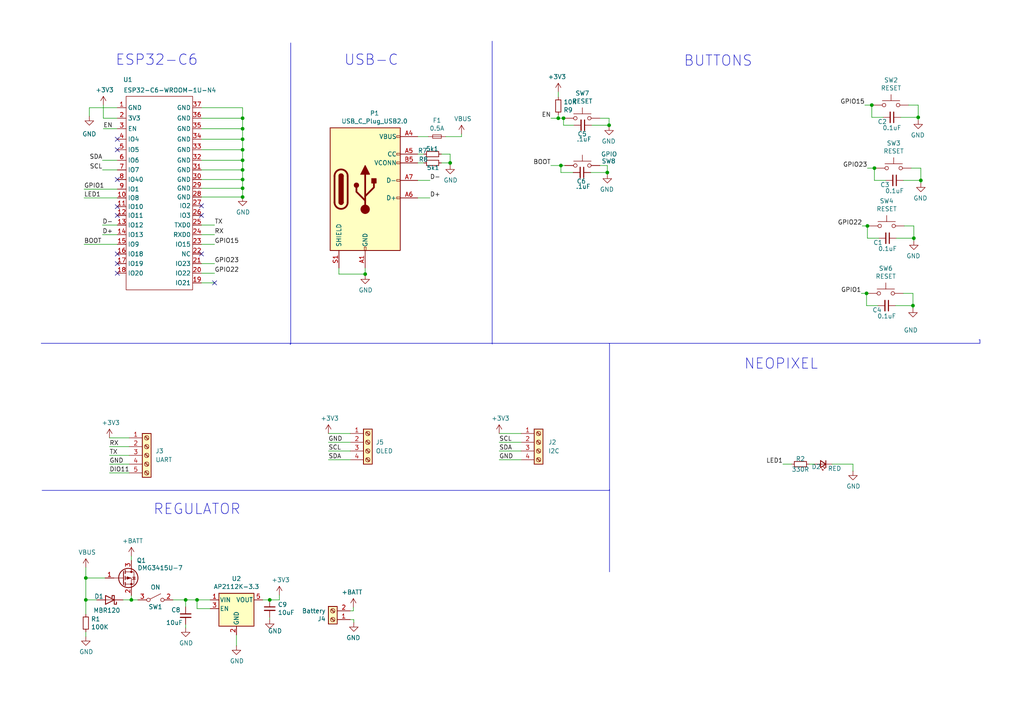
<source format=kicad_sch>
(kicad_sch (version 20231120) (generator "eeschema") (generator_version "8.0")
  (paper "A4")
  (lib_symbols
    (symbol "Connector:Screw_Terminal_01x02" (pin_names (offset 1.016) hide)
      (property "Reference" "J" (at 0 2.54 0))
      (property "Value" "Screw_Terminal_01x02" (at 0 -5.08 0))
      (symbol "Screw_Terminal_01x02_1_1"
        (rectangle (start -1.27 1.27) (end 1.27 -3.81) (stroke (width 0.254)) (fill (type background)))
        (circle (center 0 -2.54) (radius 0.635) (stroke (width 0.1524)))
        (polyline (pts (xy -0.5334 -2.2098) (xy 0.3302 -3.048)) (stroke (width 0.1524)))
        (polyline (pts (xy -0.5334 0.3302) (xy 0.3302 -0.508)) (stroke (width 0.1524)))
        (polyline (pts (xy -0.3556 -2.032) (xy 0.508 -2.8702)) (stroke (width 0.1524)))
        (polyline (pts (xy -0.3556 0.508) (xy 0.508 -0.3302)) (stroke (width 0.1524)))
        (circle (center 0 0) (radius 0.635) (stroke (width 0.1524)))
        (pin passive line (at -5.08 0 0) (length 3.81) (name "Pin_1") (number "1"))
        (pin passive line (at -5.08 -2.54 0) (length 3.81) (name "Pin_2") (number "2"))
      )
    )
    (symbol "Connector:Screw_Terminal_01x04" (pin_names (offset 1.016) hide)
      (property "Reference" "J" (at 0 5.08 0))
      (property "Value" "Screw_Terminal_01x04" (at 0 -7.62 0))
      (symbol "Screw_Terminal_01x04_1_1"
        (rectangle (start -1.27 3.81) (end 1.27 -6.35) (stroke (width 0.254)) (fill (type background)))
        (circle (center 0 -5.08) (radius 0.635) (stroke (width 0.1524)))
        (circle (center 0 -2.54) (radius 0.635) (stroke (width 0.1524)))
        (polyline (pts (xy -0.5334 -4.7498) (xy 0.3302 -5.588)) (stroke (width 0.1524)))
        (polyline (pts (xy -0.5334 -2.2098) (xy 0.3302 -3.048)) (stroke (width 0.1524)))
        (polyline (pts (xy -0.5334 0.3302) (xy 0.3302 -0.508)) (stroke (width 0.1524)))
        (polyline (pts (xy -0.5334 2.8702) (xy 0.3302 2.032)) (stroke (width 0.1524)))
        (polyline (pts (xy -0.3556 -4.572) (xy 0.508 -5.4102)) (stroke (width 0.1524)))
        (polyline (pts (xy -0.3556 -2.032) (xy 0.508 -2.8702)) (stroke (width 0.1524)))
        (polyline (pts (xy -0.3556 0.508) (xy 0.508 -0.3302)) (stroke (width 0.1524)))
        (polyline (pts (xy -0.3556 3.048) (xy 0.508 2.2098)) (stroke (width 0.1524)))
        (circle (center 0 0) (radius 0.635) (stroke (width 0.1524)))
        (circle (center 0 2.54) (radius 0.635) (stroke (width 0.1524)))
        (pin passive line (at -5.08 2.54 0) (length 3.81) (name "Pin_1") (number "1"))
        (pin passive line (at -5.08 0 0) (length 3.81) (name "Pin_2") (number "2"))
        (pin passive line (at -5.08 -2.54 0) (length 3.81) (name "Pin_3") (number "3"))
        (pin passive line (at -5.08 -5.08 0) (length 3.81) (name "Pin_4") (number "4"))
      )
    )
    (symbol "Connector:Screw_Terminal_01x05" (pin_names (offset 1.016) hide)
      (property "Reference" "J" (at 0 7.62 0))
      (property "Value" "Screw_Terminal_01x05" (at 0 -7.62 0))
      (symbol "Screw_Terminal_01x05_1_1"
        (rectangle (start -1.27 6.35) (end 1.27 -6.35) (stroke (width 0.254)) (fill (type background)))
        (circle (center 0 -5.08) (radius 0.635) (stroke (width 0.1524)))
        (circle (center 0 -2.54) (radius 0.635) (stroke (width 0.1524)))
        (polyline (pts (xy -0.5334 -4.7498) (xy 0.3302 -5.588)) (stroke (width 0.1524)))
        (polyline (pts (xy -0.5334 -2.2098) (xy 0.3302 -3.048)) (stroke (width 0.1524)))
        (polyline (pts (xy -0.5334 0.3302) (xy 0.3302 -0.508)) (stroke (width 0.1524)))
        (polyline (pts (xy -0.5334 2.8702) (xy 0.3302 2.032)) (stroke (width 0.1524)))
        (polyline (pts (xy -0.5334 5.4102) (xy 0.3302 4.572)) (stroke (width 0.1524)))
        (polyline (pts (xy -0.3556 -4.572) (xy 0.508 -5.4102)) (stroke (width 0.1524)))
        (polyline (pts (xy -0.3556 -2.032) (xy 0.508 -2.8702)) (stroke (width 0.1524)))
        (polyline (pts (xy -0.3556 0.508) (xy 0.508 -0.3302)) (stroke (width 0.1524)))
        (polyline (pts (xy -0.3556 3.048) (xy 0.508 2.2098)) (stroke (width 0.1524)))
        (polyline (pts (xy -0.3556 5.588) (xy 0.508 4.7498)) (stroke (width 0.1524)))
        (circle (center 0 0) (radius 0.635) (stroke (width 0.1524)))
        (circle (center 0 2.54) (radius 0.635) (stroke (width 0.1524)))
        (circle (center 0 5.08) (radius 0.635) (stroke (width 0.1524)))
        (pin passive line (at -5.08 5.08 0) (length 3.81) (name "Pin_1") (number "1"))
        (pin passive line (at -5.08 2.54 0) (length 3.81) (name "Pin_2") (number "2"))
        (pin passive line (at -5.08 0 0) (length 3.81) (name "Pin_3") (number "3"))
        (pin passive line (at -5.08 -2.54 0) (length 3.81) (name "Pin_4") (number "4"))
        (pin passive line (at -5.08 -5.08 0) (length 3.81) (name "Pin_5") (number "5"))
      )
    )
    (symbol "Device:C_Small" (pin_numbers hide) (pin_names (offset 0.254) hide)
      (property "Reference" "C" (at 0.254 1.778 0))
      (property "Value" "C_Small" (at 0.254 -2.032 0))
      (symbol "C_Small_0_1"
        (polyline (pts (xy -1.524 -0.508) (xy 1.524 -0.508)) (stroke (width 0.3302)))
        (polyline (pts (xy -1.524 0.508) (xy 1.524 0.508)) (stroke (width 0.3048)))
      )
      (symbol "C_Small_1_1"
        (pin passive line (at 0 2.54 270) (length 2.032) (name "~") (number "1"))
        (pin passive line (at 0 -2.54 90) (length 2.032) (name "~") (number "2"))
      )
    )
    (symbol "Device:Fuse_Small" (pin_numbers hide) (pin_names (offset 0.254) hide)
      (property "Reference" "F" (at 0 -1.524 0))
      (property "Value" "Fuse_Small" (at 0 1.524 0))
      (symbol "Fuse_Small_0_1"
        (rectangle (start -1.27 0.508) (end 1.27 -0.508))
        (polyline (pts (xy -1.27 0) (xy 1.27 0)))
      )
      (symbol "Fuse_Small_1_1"
        (pin passive line (at -2.54 0 0) (length 1.27) (name "~") (number "1"))
        (pin passive line (at 2.54 0 180) (length 1.27) (name "~") (number "2"))
      )
    )
    (symbol "Device:LED_Small" (pin_numbers hide) (pin_names (offset 0.254) hide)
      (property "Reference" "D" (at -1.27 3.175 0))
      (property "Value" "LED_Small" (at -4.445 -2.54 0))
      (symbol "LED_Small_0_1"
        (polyline (pts (xy -0.762 -1.016) (xy -0.762 1.016)) (stroke (width 0.254)))
        (polyline (pts (xy 1.016 0) (xy -0.762 0)))
        (polyline (pts (xy 0.762 -1.016) (xy -0.762 0) (xy 0.762 1.016) (xy 0.762 -1.016)) (stroke (width 0.254)))
        (polyline (pts (xy 0 0.762) (xy -0.508 1.27) (xy -0.254 1.27) (xy -0.508 1.27) (xy -0.508 1.016)))
        (polyline (pts (xy 0.508 1.27) (xy 0 1.778) (xy 0.254 1.778) (xy 0 1.778) (xy 0 1.524)))
      )
      (symbol "LED_Small_1_1"
        (pin passive line (at -2.54 0 0) (length 1.778) (name "K") (number "1"))
        (pin passive line (at 2.54 0 180) (length 1.778) (name "A") (number "2"))
      )
    )
    (symbol "Device:Q_PMOS_GSD" (pin_names (offset 0) hide)
      (property "Reference" "Q" (at 5.08 1.27 0))
      (property "Value" "Q_PMOS_GSD" (at 5.08 -1.27 0))
      (symbol "Q_PMOS_GSD_0_1"
        (polyline (pts (xy 0.254 0) (xy -2.54 0)))
        (polyline (pts (xy 0.254 1.905) (xy 0.254 -1.905)) (stroke (width 0.254)))
        (polyline (pts (xy 0.762 -1.27) (xy 0.762 -2.286)) (stroke (width 0.254)))
        (polyline (pts (xy 0.762 0.508) (xy 0.762 -0.508)) (stroke (width 0.254)))
        (polyline (pts (xy 0.762 2.286) (xy 0.762 1.27)) (stroke (width 0.254)))
        (polyline (pts (xy 2.54 2.54) (xy 2.54 1.778)))
        (polyline (pts (xy 2.54 -2.54) (xy 2.54 0) (xy 0.762 0)))
        (polyline (pts (xy 0.762 1.778) (xy 3.302 1.778) (xy 3.302 -1.778) (xy 0.762 -1.778)))
        (polyline (pts (xy 2.286 0) (xy 1.27 0.381) (xy 1.27 -0.381) (xy 2.286 0)) (fill (type outline)))
        (polyline (pts (xy 2.794 -0.508) (xy 2.921 -0.381) (xy 3.683 -0.381) (xy 3.81 -0.254)))
        (polyline (pts (xy 3.302 -0.381) (xy 2.921 0.254) (xy 3.683 0.254) (xy 3.302 -0.381)))
        (circle (center 1.651 0) (radius 2.794) (stroke (width 0.254)))
        (circle (center 2.54 -1.778) (radius 0.254) (fill (type outline)))
        (circle (center 2.54 1.778) (radius 0.254) (fill (type outline)))
      )
      (symbol "Q_PMOS_GSD_1_1"
        (pin input line (at -5.08 0 0) (length 2.54) (name "G") (number "1"))
        (pin passive line (at 2.54 -5.08 90) (length 2.54) (name "S") (number "2"))
        (pin passive line (at 2.54 5.08 270) (length 2.54) (name "D") (number "3"))
      )
    )
    (symbol "Device:R_Small" (pin_numbers hide) (pin_names (offset 0.254) hide)
      (property "Reference" "R" (at 0.762 0.508 0))
      (property "Value" "R_Small" (at 0.762 -1.016 0))
      (symbol "R_Small_0_1"
        (rectangle (start -0.762 1.778) (end 0.762 -1.778) (stroke (width 0.2032)))
      )
      (symbol "R_Small_1_1"
        (pin passive line (at 0 2.54 270) (length 0.762) (name "~") (number "1"))
        (pin passive line (at 0 -2.54 90) (length 0.762) (name "~") (number "2"))
      )
    )
    (symbol "Diode:MBR340" (pin_numbers hide) (pin_names (offset 1.016) hide)
      (property "Reference" "D" (at 0 2.54 0))
      (property "Value" "MBR340" (at 0 -2.54 0))
      (symbol "MBR340_0_1"
        (polyline (pts (xy 1.27 0) (xy -1.27 0)))
        (polyline (pts (xy 1.27 1.27) (xy 1.27 -1.27) (xy -1.27 0) (xy 1.27 1.27)) (stroke (width 0.254)))
        (polyline (pts (xy -1.905 0.635) (xy -1.905 1.27) (xy -1.27 1.27) (xy -1.27 -1.27) (xy -0.635 -1.27) (xy -0.635 -0.635)) (stroke (width 0.254)))
      )
      (symbol "MBR340_1_1"
        (pin passive line (at -3.81 0 0) (length 2.54) (name "K") (number "1"))
        (pin passive line (at 3.81 0 180) (length 2.54) (name "A") (number "2"))
      )
    )
    (symbol "HunterCat-NFC-rescue:AP2112K-3.3-Regulator_Linear" (pin_names (offset 0.254))
      (property "Reference" "U" (at -5.08 5.715 0))
      (property "Value" "AP2112K-3.3-Regulator_Linear" (at 0 5.715 0))
      (symbol "AP2112K-3.3-Regulator_Linear_0_1"
        (rectangle (start -5.08 4.445) (end 5.08 -5.08) (stroke (width 0.254)) (fill (type background)))
      )
      (symbol "AP2112K-3.3-Regulator_Linear_1_1"
        (pin power_in line (at -7.62 2.54 0) (length 2.54) (name "VIN") (number "1"))
        (pin power_in line (at 0 -7.62 90) (length 2.54) (name "GND") (number "2"))
        (pin input line (at -7.62 0 0) (length 2.54) (name "EN") (number "3"))
        (pin no_connect line (at 7.62 0 180) (length 2.54) hide (name "NC") (number "4"))
        (pin power_out line (at 7.62 2.54 180) (length 2.54) (name "VOUT") (number "5"))
      )
    )
    (symbol "HunterCat-NFC-rescue:USB_C_Plug_USB2.0-Connector" (pin_names (offset 1.016))
      (property "Reference" "P" (at -10.16 19.05 0))
      (property "Value" "USB_C_Plug_USB2.0-Connector" (at 12.7 19.05 0))
      (symbol "USB_C_Plug_USB2.0-Connector_0_0"
        (rectangle (start -0.254 -17.78) (end 0.254 -16.764))
        (rectangle (start 10.16 -2.286) (end 9.144 -2.794))
        (rectangle (start 10.16 2.794) (end 9.144 2.286))
        (rectangle (start 10.16 7.874) (end 9.144 7.366))
        (rectangle (start 10.16 10.414) (end 9.144 9.906))
        (rectangle (start 10.16 15.494) (end 9.144 14.986))
      )
      (symbol "USB_C_Plug_USB2.0-Connector_0_1"
        (rectangle (start -10.16 17.78) (end 10.16 -17.78) (stroke (width 0.254)) (fill (type background)))
        (arc (start -8.89 -3.81) (mid -6.985 -5.7067) (end -5.08 -3.81) (stroke (width 0.508)))
        (arc (start -7.62 -3.81) (mid -6.985 -4.4423) (end -6.35 -3.81) (stroke (width 0.254)))
        (arc (start -7.62 -3.81) (mid -6.985 -4.4423) (end -6.35 -3.81) (stroke (width 0.254)) (fill (type outline)))
        (rectangle (start -7.62 -3.81) (end -6.35 3.81) (stroke (width 0.254)) (fill (type outline)))
        (arc (start -6.35 3.81) (mid -6.985 4.4423) (end -7.62 3.81) (stroke (width 0.254)))
        (arc (start -6.35 3.81) (mid -6.985 4.4423) (end -7.62 3.81) (stroke (width 0.254)) (fill (type outline)))
        (arc (start -5.08 3.81) (mid -6.985 5.7067) (end -8.89 3.81) (stroke (width 0.508)))
        (circle (center -2.54 1.143) (radius 0.635) (stroke (width 0.254)) (fill (type outline)))
        (circle (center 0 -5.842) (radius 1.27) (fill (type outline)))
        (polyline (pts (xy -8.89 -3.81) (xy -8.89 3.81)) (stroke (width 0.508)))
        (polyline (pts (xy -5.08 3.81) (xy -5.08 -3.81)) (stroke (width 0.508)))
        (polyline (pts (xy 0 -5.842) (xy 0 4.318)) (stroke (width 0.508)))
        (polyline (pts (xy 0 -3.302) (xy -2.54 -0.762) (xy -2.54 0.508)) (stroke (width 0.508)))
        (polyline (pts (xy 0 -2.032) (xy 2.54 0.508) (xy 2.54 1.778)) (stroke (width 0.508)))
        (polyline (pts (xy -1.27 4.318) (xy 0 6.858) (xy 1.27 4.318) (xy -1.27 4.318)) (stroke (width 0.254)) (fill (type outline)))
        (rectangle (start 1.905 1.778) (end 3.175 3.048) (stroke (width 0.254)) (fill (type outline)))
      )
      (symbol "USB_C_Plug_USB2.0-Connector_1_1"
        (pin power_in line (at 0 -22.86 90) (length 5.08) (name "GND") (number "A1"))
        (pin passive line (at 0 -22.86 90) (length 5.08) hide (name "GND") (number "A12"))
        (pin power_in line (at 15.24 15.24 180) (length 5.08) (name "VBUS") (number "A4"))
        (pin bidirectional line (at 15.24 10.16 180) (length 5.08) (name "CC") (number "A5"))
        (pin bidirectional line (at 15.24 -2.54 180) (length 5.08) (name "D+") (number "A6"))
        (pin bidirectional line (at 15.24 2.54 180) (length 5.08) (name "D-") (number "A7"))
        (pin passive line (at 15.24 15.24 180) (length 5.08) hide (name "VBUS") (number "A9"))
        (pin passive line (at 0 -22.86 90) (length 5.08) hide (name "GND") (number "B1"))
        (pin passive line (at 0 -22.86 90) (length 5.08) hide (name "GND") (number "B12"))
        (pin passive line (at 15.24 15.24 180) (length 5.08) hide (name "VBUS") (number "B4"))
        (pin bidirectional line (at 15.24 7.62 180) (length 5.08) (name "VCONN") (number "B5"))
        (pin passive line (at 15.24 15.24 180) (length 5.08) hide (name "VBUS") (number "B9"))
        (pin passive line (at -7.62 -22.86 90) (length 5.08) (name "SHIELD") (number "S1"))
      )
    )
    (symbol "Minino:ESP32-C6-WROOM-1U-N8"
      (property "Reference" "U4" (at -7.874 29.464 0))
      (property "Value" "~" (at 14.224 14.478 0))
      (symbol "ESP32-C6-WROOM-1U-N8_0_0"
        (text "" (at -20.32 -5.08 0) (effects (font (size 1.27 1.27))))
      )
      (symbol "ESP32-C6-WROOM-1U-N8_0_1"
        (rectangle (start -9.652 26.924) (end 9.652 -29.21))
      )
      (symbol "ESP32-C6-WROOM-1U-N8_1_1"
        (pin power_in line (at -12.192 23.622 0) (length 2.54) (name "GND") (number "1"))
        (pin bidirectional line (at -12.192 -2.54 0) (length 2.54) (name "IO8") (number "10"))
        (pin bidirectional line (at -12.192 -5.08 0) (length 2.54) (name "IO10") (number "11"))
        (pin bidirectional line (at -12.192 -7.62 0) (length 2.54) (name "IO11") (number "12"))
        (pin bidirectional line (at -12.192 -10.414 0) (length 2.54) (name "IO12") (number "13"))
        (pin bidirectional line (at -12.192 -13.208 0) (length 2.54) (name "IO13") (number "14"))
        (pin bidirectional line (at -12.192 -16.002 0) (length 2.54) (name "IO9") (number "15"))
        (pin bidirectional line (at -12.192 -18.796 0) (length 2.54) (name "IO18") (number "16"))
        (pin bidirectional line (at -12.192 -21.59 0) (length 2.54) (name "IO19") (number "17"))
        (pin bidirectional line (at -12.192 -24.384 0) (length 2.54) (name "IO20") (number "18"))
        (pin bidirectional line (at 12.192 -27.178 180) (length 2.54) (name "IO21") (number "19"))
        (pin power_in line (at -12.192 20.574 0) (length 2.54) (name "3V3") (number "2"))
        (pin bidirectional line (at 12.192 -24.384 180) (length 2.54) (name "IO22") (number "20"))
        (pin bidirectional line (at 12.192 -21.59 180) (length 2.54) (name "IO23") (number "21"))
        (pin bidirectional line (at 12.192 -18.796 180) (length 2.54) (name "NC") (number "22"))
        (pin power_in line (at 12.192 -16.002 180) (length 2.54) (name "IO15") (number "23"))
        (pin bidirectional line (at 12.192 -13.208 180) (length 2.54) (name "RXD0") (number "24"))
        (pin bidirectional line (at 12.192 -10.414 180) (length 2.54) (name "TXD0") (number "25"))
        (pin bidirectional line (at 12.192 -7.62 180) (length 2.54) (name "IO3") (number "26"))
        (pin bidirectional line (at 12.192 -4.826 180) (length 2.54) (name "IO2") (number "27"))
        (pin power_in line (at 12.192 -2.286 180) (length 2.54) (name "GND") (number "28"))
        (pin power_in line (at 12.192 0.254 180) (length 2.54) (name "GND") (number "29"))
        (pin power_in line (at -12.192 17.526 0) (length 2.54) (name "EN") (number "3"))
        (pin power_in line (at 12.192 2.794 180) (length 2.54) (name "GND") (number "30"))
        (pin power_in line (at 12.192 5.588 180) (length 2.54) (name "GND") (number "31"))
        (pin power_in line (at 12.192 8.382 180) (length 2.54) (name "GND") (number "32"))
        (pin power_in line (at 12.192 11.43 180) (length 2.54) (name "GND") (number "33"))
        (pin power_in line (at 12.192 14.478 180) (length 2.54) (name "GND") (number "34"))
        (pin power_in line (at 12.192 17.526 180) (length 2.54) (name "GND") (number "35"))
        (pin power_in line (at 12.192 20.574 180) (length 2.54) (name "GND") (number "36"))
        (pin power_in line (at 12.192 23.622 180) (length 2.54) (name "GND") (number "37"))
        (pin bidirectional line (at -12.192 14.478 0) (length 2.54) (name "IO4") (number "4"))
        (pin bidirectional line (at -12.192 11.43 0) (length 2.54) (name "IO5") (number "5"))
        (pin bidirectional line (at -12.192 8.382 0) (length 2.54) (name "IO6") (number "6"))
        (pin bidirectional line (at -12.192 5.588 0) (length 2.54) (name "IO7") (number "7"))
        (pin bidirectional line (at -12.192 2.794 0) (length 2.54) (name "IO40") (number "8"))
        (pin bidirectional line (at -12.192 0 0) (length 2.54) (name "IO1") (number "9"))
      )
    )
    (symbol "Switch:SW_Push" (pin_numbers hide) (pin_names (offset 1.016) hide)
      (property "Reference" "SW" (at 1.27 2.54 0))
      (property "Value" "SW_Push" (at 0 -1.524 0))
      (symbol "SW_Push_0_1"
        (circle (center -2.032 0) (radius 0.508))
        (polyline (pts (xy 0 1.27) (xy 0 3.048)))
        (polyline (pts (xy 2.54 1.27) (xy -2.54 1.27)))
        (circle (center 2.032 0) (radius 0.508))
        (pin passive line (at -5.08 0 0) (length 2.54) (name "1") (number "1"))
        (pin passive line (at 5.08 0 180) (length 2.54) (name "2") (number "2"))
      )
    )
    (symbol "Switch:SW_SPST" (pin_names (offset 0) hide)
      (property "Reference" "SW1" (at 0 -2.032 0))
      (property "Value" "ON" (at 0 3.6576 0))
      (symbol "SW_SPST_0_0"
        (circle (center -2.032 0) (radius 0.508))
        (polyline (pts (xy -1.524 0.254) (xy 1.524 1.778)))
        (circle (center 2.032 0) (radius 0.508))
      )
      (symbol "SW_SPST_1_1"
        (pin passive line (at 5.08 0 180) (length 2.54) (name "B") (number "2"))
        (pin passive line (at -5.08 0 0) (length 2.54) (name "A") (number "3"))
      )
    )
    (symbol "power:+3V3" (power) (pin_names (offset 0))
      (property "Value" "+3V3" (at 0 3.556 0))
      (symbol "+3V3_0_1"
        (polyline (pts (xy -0.762 1.27) (xy 0 2.54)))
        (polyline (pts (xy 0 0) (xy 0 2.54)))
        (polyline (pts (xy 0 2.54) (xy 0.762 1.27)))
      )
      (symbol "+3V3_1_1"
        (pin power_in line (at 0 0 90) (length 0) hide (name "+3V3") (number "1"))
      )
    )
    (symbol "power:+BATT" (power) (pin_names (offset 0))
      (property "Value" "+BATT" (at 0 3.556 0))
      (symbol "+BATT_0_1"
        (polyline (pts (xy -0.762 1.27) (xy 0 2.54)))
        (polyline (pts (xy 0 0) (xy 0 2.54)))
        (polyline (pts (xy 0 2.54) (xy 0.762 1.27)))
      )
      (symbol "+BATT_1_1"
        (pin power_in line (at 0 0 90) (length 0) hide (name "+BATT") (number "1"))
      )
    )
    (symbol "power:GND" (power) (pin_numbers hide) (pin_names (offset 0) hide)
      (property "Value" "GND" (at 0 -3.81 0))
      (symbol "GND_0_1"
        (polyline (pts (xy 0 0) (xy 0 -1.27) (xy 1.27 -1.27) (xy 0 -2.54) (xy -1.27 -1.27) (xy 0 -1.27)))
      )
      (symbol "GND_1_1"
        (pin power_in line (at 0 0 270) (length 0) (name "~") (number "1"))
      )
    )
    (symbol "power:VBUS" (power) (pin_names (offset 0))
      (property "Value" "VBUS" (at 0 3.81 0))
      (symbol "VBUS_0_1"
        (polyline (pts (xy -0.762 1.27) (xy 0 2.54)))
        (polyline (pts (xy 0 0) (xy 0 2.54)))
        (polyline (pts (xy 0 2.54) (xy 0.762 1.27)))
      )
      (symbol "VBUS_1_1"
        (pin power_in line (at 0 0 90) (length 0) hide (name "VBUS") (number "1"))
      )
    )
  )
  (junction (at 252.857 30.48))
  (junction (at 266.319 34.036))
  (junction (at 130.556 47.244))
  (junction (at 38.1 173.99))
  (junction (at 253.619 48.768))
  (junction (at 78.232 173.99))
  (junction (at 57.15 173.99))
  (junction (at 163.449 34.29))
  (junction (at 161.925 34.29))
  (junction (at 70.358 34.29))
  (junction (at 265.049 69.088))
  (junction (at 24.892 173.99))
  (junction (at 70.358 40.386))
  (junction (at 70.358 37.338))
  (junction (at 162.687 48.006))
  (junction (at 70.358 43.434))
  (junction (at 53.848 173.99))
  (junction (at 70.358 52.07))
  (junction (at 267.081 52.324))
  (junction (at 24.892 167.64))
  (junction (at 176.657 36.322))
  (junction (at 70.358 54.61))
  (junction (at 251.587 65.532))
  (junction (at 70.358 46.482))
  (junction (at 105.918 79.502))
  (junction (at 264.795 88.646))
  (junction (at 251.333 85.09))
  (junction (at 176.149 50.038))
  (junction (at 70.358 57.15))
  (junction (at 70.358 49.276))
  (no_connect (at 58.42 59.69))
  (no_connect (at 34.036 62.484))
  (no_connect (at 62.23 82.042))
  (no_connect (at 34.036 40.386))
  (no_connect (at 34.036 52.07))
  (no_connect (at 34.036 79.248))
  (no_connect (at 58.42 73.66))
  (no_connect (at 34.036 76.454))
  (no_connect (at 58.42 62.484))
  (no_connect (at 34.036 73.66))
  (no_connect (at 34.036 43.434))
  (no_connect (at 34.036 59.944))
  (wire (pts (xy 264.795 88.646) (xy 259.715 88.646)))
  (wire (pts (xy 98.298 77.724) (xy 98.298 79.502)))
  (wire (pts (xy 251.333 88.646) (xy 251.333 85.09)))
  (polyline (pts (xy 142.748 11.938) (xy 142.748 99.822)))
  (wire (pts (xy 163.449 34.29) (xy 161.925 34.29)))
  (wire (pts (xy 144.78 130.81) (xy 151.13 130.81)))
  (wire (pts (xy 102.489 177.165) (xy 102.489 176.149)))
  (wire (pts (xy 128.016 47.244) (xy 130.556 47.244)))
  (wire (pts (xy 29.718 49.276) (xy 34.036 49.276)))
  (wire (pts (xy 121.158 52.324) (xy 124.714 52.324)))
  (wire (pts (xy 70.358 46.482) (xy 70.358 49.276)))
  (wire (pts (xy 62.23 68.072) (xy 58.42 68.072)))
  (wire (pts (xy 24.892 173.99) (xy 24.892 178.181)))
  (wire (pts (xy 34.036 31.242) (xy 25.908 31.242)))
  (wire (pts (xy 28.067 173.99) (xy 24.892 173.99)))
  (wire (pts (xy 162.687 50.038) (xy 162.687 48.006)))
  (wire (pts (xy 24.892 173.99) (xy 24.892 167.64)))
  (wire (pts (xy 161.925 26.67) (xy 161.925 28.194)))
  (wire (pts (xy 265.049 69.088) (xy 259.969 69.088)))
  (wire (pts (xy 95.25 125.73) (xy 101.6 125.73)))
  (wire (pts (xy 70.358 43.434) (xy 70.358 46.482)))
  (wire (pts (xy 70.358 37.338) (xy 70.358 40.386)))
  (wire (pts (xy 58.42 43.434) (xy 70.358 43.434)))
  (wire (pts (xy 29.972 30.48) (xy 29.972 34.29)))
  (wire (pts (xy 173.99 48.006) (xy 176.149 48.006)))
  (wire (pts (xy 98.298 79.502) (xy 105.918 79.502)))
  (wire (pts (xy 256.921 52.324) (xy 253.619 52.324)))
  (wire (pts (xy 267.081 48.768) (xy 267.081 52.324)))
  (wire (pts (xy 128.016 44.704) (xy 130.556 44.704)))
  (wire (pts (xy 130.556 47.244) (xy 130.556 47.879)))
  (wire (pts (xy 264.287 48.768) (xy 267.081 48.768)))
  (wire (pts (xy 25.908 31.242) (xy 25.908 33.782)))
  (wire (pts (xy 24.892 183.261) (xy 24.892 184.658)))
  (polyline (pts (xy 84.328 12.446) (xy 84.328 99.822)))
  (wire (pts (xy 121.158 47.244) (xy 122.936 47.244)))
  (wire (pts (xy 70.358 34.29) (xy 70.358 37.338)))
  (wire (pts (xy 70.358 54.61) (xy 70.358 57.15)))
  (wire (pts (xy 251.587 69.088) (xy 251.587 65.532)))
  (wire (pts (xy 53.848 176.022) (xy 53.848 173.99)))
  (wire (pts (xy 144.78 133.35) (xy 151.13 133.35)))
  (wire (pts (xy 50.165 173.99) (xy 53.848 173.99)))
  (wire (pts (xy 101.6 179.705) (xy 102.616 179.705)))
  (wire (pts (xy 101.6 177.165) (xy 102.489 177.165)))
  (wire (pts (xy 31.75 129.54) (xy 37.465 129.54)))
  (wire (pts (xy 70.358 40.386) (xy 70.358 43.434)))
  (wire (pts (xy 264.795 85.09) (xy 264.795 88.646)))
  (wire (pts (xy 266.319 34.036) (xy 266.319 34.798)))
  (wire (pts (xy 129.286 39.624) (xy 133.858 39.624)))
  (wire (pts (xy 176.149 50.038) (xy 176.149 50.546)))
  (wire (pts (xy 29.718 68.072) (xy 34.036 68.072)))
  (wire (pts (xy 163.449 36.322) (xy 163.449 34.29)))
  (polyline (pts (xy 284.226 99.06) (xy 284.226 98.552)))
  (wire (pts (xy 78.232 179.07) (xy 78.232 179.705)))
  (wire (pts (xy 31.75 132.08) (xy 37.465 132.08)))
  (wire (pts (xy 62.23 70.866) (xy 58.42 70.866)))
  (wire (pts (xy 161.925 33.274) (xy 161.925 34.29)))
  (wire (pts (xy 58.42 31.242) (xy 70.358 31.242)))
  (wire (pts (xy 70.358 52.07) (xy 70.358 54.61)))
  (wire (pts (xy 254.889 69.088) (xy 251.587 69.088)))
  (wire (pts (xy 252.857 30.48) (xy 250.825 30.48)))
  (wire (pts (xy 81.026 173.99) (xy 81.026 172.593)))
  (wire (pts (xy 265.049 69.088) (xy 265.049 69.85)))
  (wire (pts (xy 57.15 176.53) (xy 60.96 176.53)))
  (wire (pts (xy 166.243 50.038) (xy 162.687 50.038)))
  (wire (pts (xy 251.587 65.532) (xy 250.063 65.532)))
  (wire (pts (xy 58.42 79.248) (xy 62.23 79.248)))
  (wire (pts (xy 252.857 34.036) (xy 252.857 30.48)))
  (wire (pts (xy 236.22 134.62) (xy 234.696 134.62)))
  (wire (pts (xy 70.358 49.276) (xy 70.358 52.07)))
  (wire (pts (xy 53.848 173.99) (xy 57.15 173.99)))
  (wire (pts (xy 105.918 77.724) (xy 105.918 79.502)))
  (wire (pts (xy 58.42 37.338) (xy 70.358 37.338)))
  (wire (pts (xy 266.319 30.48) (xy 266.319 34.036)))
  (wire (pts (xy 264.795 88.646) (xy 264.795 89.408)))
  (wire (pts (xy 62.23 82.042) (xy 58.42 82.042)))
  (wire (pts (xy 30.48 167.64) (xy 24.892 167.64)))
  (wire (pts (xy 53.848 181.102) (xy 53.848 182.118)))
  (wire (pts (xy 68.58 184.15) (xy 68.58 187.325)))
  (wire (pts (xy 62.23 65.278) (xy 58.42 65.278)))
  (wire (pts (xy 24.892 167.64) (xy 24.892 164.592)))
  (wire (pts (xy 144.78 128.27) (xy 151.13 128.27)))
  (wire (pts (xy 70.358 31.242) (xy 70.358 34.29)))
  (wire (pts (xy 95.25 128.27) (xy 101.6 128.27)))
  (wire (pts (xy 265.049 65.532) (xy 265.049 69.088)))
  (wire (pts (xy 247.396 134.62) (xy 247.396 136.652)))
  (wire (pts (xy 58.42 54.61) (xy 70.358 54.61)))
  (wire (pts (xy 176.657 36.322) (xy 171.577 36.322)))
  (wire (pts (xy 266.319 34.036) (xy 261.239 34.036)))
  (wire (pts (xy 24.384 54.864) (xy 34.036 54.864)))
  (wire (pts (xy 29.972 34.29) (xy 34.036 34.29)))
  (wire (pts (xy 173.99 34.29) (xy 176.657 34.29)))
  (wire (pts (xy 176.149 50.038) (xy 171.323 50.038)))
  (wire (pts (xy 251.841 85.09) (xy 251.333 85.09)))
  (polyline (pts (xy 12.192 142.24) (xy 176.784 142.24)))
  (wire (pts (xy 262.001 85.09) (xy 264.795 85.09)))
  (wire (pts (xy 58.42 52.07) (xy 70.358 52.07)))
  (polyline (pts (xy 84.074 99.822) (xy 84.328 99.822)))
  (wire (pts (xy 34.036 37.338) (xy 29.972 37.338)))
  (wire (pts (xy 254.127 48.768) (xy 253.619 48.768)))
  (wire (pts (xy 31.75 134.62) (xy 37.465 134.62)))
  (wire (pts (xy 31.75 127) (xy 37.465 127)))
  (wire (pts (xy 251.333 85.09) (xy 249.809 85.09)))
  (wire (pts (xy 29.718 65.278) (xy 34.036 65.278)))
  (wire (pts (xy 57.15 173.99) (xy 60.96 173.99)))
  (wire (pts (xy 163.83 34.29) (xy 163.449 34.29)))
  (wire (pts (xy 267.081 52.324) (xy 267.081 53.086)))
  (wire (pts (xy 161.925 34.29) (xy 159.7914 34.29)))
  (wire (pts (xy 95.25 130.81) (xy 101.6 130.81)))
  (polyline (pts (xy 283.972 98.552) (xy 284.226 98.552)))
  (wire (pts (xy 253.365 30.48) (xy 252.857 30.48)))
  (wire (pts (xy 24.384 70.866) (xy 34.036 70.866)))
  (wire (pts (xy 57.15 176.53) (xy 57.15 173.99)))
  (wire (pts (xy 78.232 173.99) (xy 81.026 173.99)))
  (wire (pts (xy 58.42 34.29) (xy 70.358 34.29)))
  (polyline (pts (xy 176.784 142.24) (xy 176.784 141.986)))
  (wire (pts (xy 130.556 44.704) (xy 130.556 47.244)))
  (wire (pts (xy 24.384 57.404) (xy 34.036 57.404)))
  (wire (pts (xy 102.616 179.705) (xy 102.616 180.594)))
  (wire (pts (xy 176.149 48.006) (xy 176.149 50.038)))
  (wire (pts (xy 105.918 79.502) (xy 105.918 79.756)))
  (wire (pts (xy 40.005 173.99) (xy 38.1 173.99)))
  (wire (pts (xy 58.42 49.276) (xy 70.358 49.276)))
  (wire (pts (xy 254.635 88.646) (xy 251.333 88.646)))
  (wire (pts (xy 121.158 39.624) (xy 124.206 39.624)))
  (polyline (pts (xy 284.226 99.06) (xy 284.226 99.568)))
  (wire (pts (xy 133.858 39.624) (xy 133.858 38.862)))
  (wire (pts (xy 166.497 36.322) (xy 163.449 36.322)))
  (wire (pts (xy 38.1 173.99) (xy 35.687 173.99)))
  (wire (pts (xy 58.42 40.386) (xy 70.358 40.386)))
  (wire (pts (xy 58.42 57.15) (xy 70.358 57.15)))
  (wire (pts (xy 121.158 44.704) (xy 122.936 44.704)))
  (wire (pts (xy 241.3 134.62) (xy 247.396 134.62)))
  (wire (pts (xy 31.75 137.16) (xy 37.465 137.16)))
  (wire (pts (xy 163.83 48.006) (xy 162.687 48.006)))
  (wire (pts (xy 262.255 65.532) (xy 265.049 65.532)))
  (wire (pts (xy 144.78 125.73) (xy 151.13 125.73)))
  (wire (pts (xy 263.525 30.48) (xy 266.319 30.48)))
  (wire (pts (xy 38.1 172.72) (xy 38.1 173.99)))
  (wire (pts (xy 121.158 57.404) (xy 124.714 57.404)))
  (wire (pts (xy 267.081 52.324) (xy 262.001 52.324)))
  (wire (pts (xy 162.687 48.006) (xy 159.766 48.006)))
  (wire (pts (xy 256.159 34.036) (xy 252.857 34.036)))
  (wire (pts (xy 227.076 134.62) (xy 229.616 134.62)))
  (wire (pts (xy 38.1 162.56) (xy 38.1 161.29)))
  (wire (pts (xy 252.095 65.532) (xy 251.587 65.532)))
  (polyline (pts (xy 176.784 99.568) (xy 176.53 99.568)))
  (wire (pts (xy 62.23 76.454) (xy 58.42 76.454)))
  (polyline (pts (xy 176.784 165.862) (xy 176.784 99.568)))
  (wire (pts (xy 176.657 36.322) (xy 176.657 36.576)))
  (wire (pts (xy 253.619 52.324) (xy 253.619 48.768)))
  (wire (pts (xy 176.657 34.29) (xy 176.657 36.322)))
  (wire (pts (xy 58.42 46.482) (xy 70.358 46.482)))
  (wire (pts (xy 76.2 173.99) (xy 78.232 173.99)))
  (polyline (pts (xy 11.938 99.568) (xy 284.226 99.568)))
  (wire (pts (xy 253.619 48.768) (xy 251.587 48.768)))
  (wire (pts (xy 29.718 46.482) (xy 34.036 46.482)))
  (wire (pts (xy 95.25 133.35) (xy 101.6 133.35)))
  (text "ESP32-C6" (at 45.466 17.526 0) (effects (font (size 3 3))))
  (text "REGULATOR" (at 57.15 147.828 0) (effects (font (size 3 3))))
  (text "BUTTONS" (at 208.28 17.78 0) (effects (font (size 3 3))))
  (text "NEOPIXEL" (at 226.568 105.664 0) (effects (font (size 3 3))))
  (text "USB-C" (at 107.696 17.526 0) (effects (font (size 3 3))))
  (label "GPIO1" (at 249.809 85.09 180))
  (label "GPIO22" (at 62.23 79.248 0))
  (label "SDA" (at 144.78 130.81 0))
  (label "GPIO23" (at 251.587 48.768 180))
  (label "RX" (at 62.23 68.072 0))
  (label "SCL" (at 95.25 130.81 0))
  (label "BOOT" (at 24.384 70.866 0))
  (label "EN" (at 159.7914 34.29 180))
  (label "DIO11" (at 31.75 137.16 0))
  (label "EN" (at 29.972 37.338 0))
  (label "D-" (at 29.718 65.278 0))
  (label "TX" (at 31.75 132.08 0))
  (label "GPIO22" (at 250.063 65.532 180))
  (label "SCL" (at 144.78 128.27 0))
  (label "SDA" (at 29.718 46.482 180))
  (label "GND" (at 144.78 133.35 0))
  (label "GND" (at 95.25 128.27 0))
  (label "GND" (at 31.75 134.62 0))
  (label "GPIO15" (at 62.23 70.866 0))
  (label "D+" (at 124.714 57.404 0))
  (label "D-" (at 124.714 52.324 0))
  (label "LED1" (at 24.384 57.404 0))
  (label "GPIO23" (at 62.23 76.454 0))
  (label "SDA" (at 95.25 133.35 0))
  (label "BOOT" (at 159.766 48.006 180))
  (label "SCL" (at 29.718 49.276 180))
  (label "GPIO15" (at 250.825 30.48 180))
  (label "TX" (at 62.23 65.278 0))
  (label "LED1" (at 227.076 134.62 180))
  (label "D+" (at 29.718 68.072 0))
  (label "RX" (at 31.75 129.54 0))
  (label "GPIO1" (at 24.384 54.864 0))
  (symbol (lib_id "Device:C_Small") (at 169.037 36.322 270) (mirror x) (unit 1)
    (property "Reference" "C5" (at 167.513 38.862 90) (effects (justify left)))
    (property "Value" ".1uF" (at 167.259 40.386 90) (effects (justify left)))
    (property "Footprint" "Capacitor_SMD:C_0603_1608Metric" (effects (hide yes)))
    (property "Datasheet" "https://datasheet.lcsc.com/lcsc/1912111437_CCTC-TCC0603COG100J500CT_C376764.pdf" (effects (hide yes)))
    (property "provedor" "LCSC" (effects (hide yes)))
    (property "LCSC#" "C478888" (effects (hide yes)))
  )
  (symbol (lib_id "power:+3V3") (at 81.026 172.593 0) (unit 1)
    (property "Reference" "#PWR032" (effects (hide yes)))
    (property "Value" "+3V3" (at 81.407 168.1988 0))
  )
  (symbol (lib_id "power:+3V3") (at 29.972 30.48 0) (unit 1)
    (property "Reference" "#PWR019" (effects (hide yes)))
    (property "Value" "+3V3" (at 30.353 26.0858 0))
  )
  (symbol (lib_id "power:GND") (at 68.58 187.325 0) (unit 1)
    (property "Reference" "#PWR06" (effects (hide yes)))
    (property "Value" "GND" (at 68.707 191.7192 0))
  )
  (symbol (lib_id "power:+3V3") (at 161.925 26.67 0) (mirror y) (unit 1)
    (property "Reference" "#PWR011" (effects (hide yes)))
    (property "Value" "+3V3" (at 161.544 22.2758 0))
  )
  (symbol (lib_id "Switch:SW_SPST") (at 45.085 173.99 0) (unit 1)
    (property "Reference" "SW1" (at 45.085 176.022 0))
    (property "Value" "ON" (at 45.085 170.3324 0))
    (property "Footprint" "Footprint:JS102011SAQN" (effects (hide yes)))
    (property "Datasheet" "https://www.mouser.mx/datasheet/2/60/js-1841892.pdf" (effects (hide yes)))
    (property "LCSC#" "-" (effects (hide yes)))
    (property "manf#" "JS102011SAQN" (effects (hide yes)))
    (property "provedor" "MOUSER" (effects (hide yes)))
  )
  (symbol (lib_id "Switch:SW_Push") (at 256.921 85.09 0) (mirror y) (unit 1)
    (property "Reference" "SW6" (at 256.921 77.851 0))
    (property "Value" "RESET" (at 256.921 80.1624 0))
    (property "Footprint" "Button_Switch_SMD:SW_SPST_TL3342" (effects (hide yes)))
    (property "Datasheet" "https://datasheet.lcsc.com/lcsc/2205161616_E-Switch-TL3342F450QG_C2886897.pdf" (effects (hide yes)))
    (property "LCSC#" "C2886897" (effects (hide yes)))
    (property "provedor" "LCSC" (effects (hide yes)))
  )
  (symbol (lib_id "power:+3V3") (at 144.78 125.73 0) (unit 1)
    (property "Reference" "#PWR025" (effects (hide yes)))
    (property "Value" "+3V3" (at 145.161 121.3358 0))
  )
  (symbol (lib_id "Diode:MBR340") (at 31.877 173.99 180) (unit 1)
    (property "Reference" "D1" (at 28.702 172.974 0))
    (property "Value" "MBR120" (at 30.988 177.038 0))
    (property "Footprint" "Diode_SMD:D_SOD-123F" (effects (hide yes)))
    (property "Datasheet" "http://www.onsemi.com/pub_link/Collateral/MBR340-D.PDF" (effects (hide yes)))
    (property "provedor" "LCSC" (effects (hide yes)))
    (property "LCSC#" "C130880" (effects (hide yes)))
    (property "manf#" "MBR120LSF" (effects (hide yes)))
  )
  (symbol (lib_id "Switch:SW_Push") (at 257.175 65.532 0) (mirror y) (unit 1)
    (property "Reference" "SW4" (at 257.175 58.293 0))
    (property "Value" "RESET" (at 257.175 60.6044 0))
    (property "Footprint" "Button_Switch_SMD:SW_SPST_TL3342" (effects (hide yes)))
    (property "Datasheet" "https://datasheet.lcsc.com/lcsc/2205161616_E-Switch-TL3342F450QG_C2886897.pdf" (effects (hide yes)))
    (property "LCSC#" "C2886897" (effects (hide yes)))
    (property "provedor" "LCSC" (effects (hide yes)))
  )
  (symbol (lib_id "power:GND") (at 267.081 53.086 0) (mirror y) (unit 1)
    (property "Reference" "#PWR014" (effects (hide yes)))
    (property "Value" "GND" (at 266.954 57.4802 0))
  )
  (symbol (lib_id "Device:C_Small") (at 168.783 50.038 270) (mirror x) (unit 1)
    (property "Reference" "C6" (at 167.259 52.578 90) (effects (justify left)))
    (property "Value" ".1uF" (at 167.005 54.102 90) (effects (justify left)))
    (property "Footprint" "Capacitor_SMD:C_0603_1608Metric" (effects (hide yes)))
    (property "Datasheet" "https://datasheet.lcsc.com/lcsc/1912111437_CCTC-TCC0603COG100J500CT_C376764.pdf" (effects (hide yes)))
    (property "provedor" "LCSC" (effects (hide yes)))
    (property "LCSC#" "C478888" (effects (hide yes)))
  )
  (symbol (lib_id "power:GND") (at 266.319 34.798 0) (mirror y) (unit 1)
    (property "Reference" "#PWR013" (effects (hide yes)))
    (property "Value" "GND" (at 266.192 39.1922 0))
  )
  (symbol (lib_id "Device:C_Small") (at 257.429 69.088 270) (mirror x) (unit 1)
    (property "Reference" "C1" (at 254.635 70.358 90))
    (property "Value" "0.1uF" (at 257.429 72.136 90))
    (property "Description" "Unpolarized capacitor, small symbol" (effects (hide yes)))
  )
  (symbol (lib_id "power:GND") (at 70.358 57.15 0) (unit 1)
    (property "Reference" "#PWR020" (effects (hide yes)))
    (property "Value" "GND" (at 70.485 61.5442 0))
  )
  (symbol (lib_id "Switch:SW_Push") (at 168.91 48.006 0) (mirror y) (unit 1)
    (property "Reference" "SW8" (at 176.53 46.736 0))
    (property "Value" "GPIO" (at 176.657 44.704 0))
    (property "Footprint" "Button_Switch_SMD:SW_SPST_TL3342" (effects (hide yes)))
    (property "Datasheet" "https://datasheet.lcsc.com/lcsc/2205161616_E-Switch-TL3342F450QG_C2886897.pdf" (effects (hide yes)))
    (property "LCSC#" "C318889" (effects (hide yes)))
    (property "provedor" "LCSC" (effects (hide yes)))
  )
  (symbol (lib_id "power:GND") (at 176.657 36.576 0) (mirror y) (unit 1)
    (property "Reference" "#PWR01" (effects (hide yes)))
    (property "Value" "GND" (at 176.53 40.9702 0))
  )
  (symbol (lib_id "power:VBUS") (at 24.892 164.592 0) (unit 1)
    (property "Reference" "#PWR02" (effects (hide yes)))
    (property "Value" "VBUS" (at 25.273 160.1978 0))
  )
  (symbol (lib_id "Device:R_Small") (at 232.156 134.62 90) (unit 1)
    (property "Reference" "R2" (at 232.156 133.096 90))
    (property "Value" "330R" (at 232.156 136.144 90))
    (property "Footprint" "Resistor_SMD:R_0805_2012Metric_Pad1.20x1.40mm_HandSolder" (effects (hide yes)))
    (property "Description" "Resistor, small symbol" (effects (hide yes)))
    (property "LCSC#" "C119075" (effects (hide yes)))
    (property "provedor" "LCSC" (effects (hide yes)))
  )
  (symbol (lib_id "power:VBUS") (at 133.858 38.862 0) (unit 1)
    (property "Reference" "#PWR031" (effects (hide yes)))
    (property "Value" "VBUS" (at 134.239 34.4678 0))
  )
  (symbol (lib_id "power:GND") (at 176.149 50.546 0) (mirror y) (unit 1)
    (property "Reference" "#PWR07" (effects (hide yes)))
    (property "Value" "GND" (at 176.022 54.9402 0))
  )
  (symbol (lib_id "power:GND") (at 24.892 184.658 0) (unit 1)
    (property "Reference" "#PWR03" (effects (hide yes)))
    (property "Value" "GND" (at 25.019 189.0522 0))
  )
  (symbol (lib_id "power:GND") (at 53.848 182.118 0) (unit 1)
    (property "Reference" "#PWR05" (effects (hide yes)))
    (property "Value" "GND" (at 53.975 186.5122 0))
  )
  (symbol (lib_id "power:GND") (at 105.918 79.756 0) (unit 1)
    (property "Reference" "#PWR029" (effects (hide yes)))
    (property "Value" "GND" (at 106.045 84.1502 0))
  )
  (symbol (lib_id "Connector:Screw_Terminal_01x04") (at 106.68 128.27 0) (unit 1)
    (property "Reference" "J5" (at 108.966 128.2699 0) (effects (justify left)))
    (property "Value" "OLED" (at 108.966 130.8099 0) (effects (justify left)))
    (property "Footprint" "Connector_PinHeader_2.54mm:PinHeader_1x04_P2.54mm_Vertical" (effects (hide yes)))
    (property "manf#" "I2C SH1106 Display Oled Azul 128×64 1.3 ” " (effects (hide yes)))
    (property "provedor" "UNIT Electronics" (effects (hide yes)))
  )
  (symbol (lib_id "Minino:ESP32-C6-WROOM-1U-N8") (at 46.228 54.864 0) (unit 1)
    (property "Reference" "U1" (at 37.084 23.114 0))
    (property "Value" "ESP32-C6-WROOM-1U-N4" (at 49.276 26.162 0))
    (property "Footprint" "Footprint:MOD28_ESP32-C6-WROOM-1U_EXP" (effects (hide yes)))
    (property "manf#" "ESP32-C6-WROOM-1U-N4" (effects (hide yes)))
    (property "provedor" "MOUSER" (effects (hide yes)))
  )
  (symbol (lib_id "Device:R_Small") (at 125.476 44.704 270) (unit 1)
    (property "Reference" "R7" (at 122.555 43.688 90))
    (property "Value" "5k1" (at 125.349 43.18 90))
    (property "Footprint" "Resistor_SMD:R_0603_1608Metric" (effects (hide yes)))
    (property "Datasheet" "https://datasheet.lcsc.com/lcsc/1810170519_PANASONIC-ERJ3RBD5101V_C191782.pdf" (effects (hide yes)))
    (property "manf#" "ERJ3RBD5101V" (effects (hide yes)))
    (property "LCSC#" "C191782" (effects (hide yes)))
    (property "provedor" "LCSC" (effects (hide yes)))
  )
  (symbol (lib_id "power:+3V3") (at 95.25 125.73 0) (unit 1)
    (property "Reference" "#PWR010" (effects (hide yes)))
    (property "Value" "+3V3" (at 95.631 121.3358 0))
  )
  (symbol (lib_id "power:GND") (at 130.556 47.879 0) (unit 1)
    (property "Reference" "#PWR030" (effects (hide yes)))
    (property "Value" "GND" (at 130.683 52.2732 0))
  )
  (symbol (lib_id "Device:R_Small") (at 24.892 180.721 0) (unit 1)
    (property "Reference" "R1" (at 26.3906 179.5526 0) (effects (justify left)))
    (property "Value" "100K" (at 26.3906 181.864 0) (effects (justify left)))
    (property "Footprint" "Resistor_SMD:R_0603_1608Metric" (effects (hide yes)))
    (property "Datasheet" "https://datasheet.lcsc.com/lcsc/1811151133_Walsin-Tech-Corp-WR06X104JTL_C163843.pdf" (effects (hide yes)))
    (property "LCSC#" "C25803" (effects (hide yes)))
    (property "provedor" "LCSC" (effects (hide yes)))
    (property "Proveedor" "LCSC" (effects (hide yes)))
  )
  (symbol (lib_id "power:+BATT") (at 38.1 161.29 0) (unit 1)
    (property "Reference" "#PWR04" (effects (hide yes)))
    (property "Value" "+BATT" (at 38.481 156.8958 0))
  )
  (symbol (lib_id "Switch:SW_Push") (at 258.445 30.48 0) (mirror y) (unit 1)
    (property "Reference" "SW2" (at 258.445 23.241 0))
    (property "Value" "RESET" (at 258.445 25.5524 0))
    (property "Footprint" "Button_Switch_SMD:SW_SPST_TL3342" (effects (hide yes)))
    (property "Datasheet" "https://datasheet.lcsc.com/lcsc/2205161616_E-Switch-TL3342F450QG_C2886897.pdf" (effects (hide yes)))
    (property "LCSC#" "C2886897" (effects (hide yes)))
    (property "provedor" "LCSC" (effects (hide yes)))
  )
  (symbol (lib_id "Device:LED_Small") (at 238.76 134.62 180) (unit 1)
    (property "Reference" "D2" (at 236.728 135.382 0))
    (property "Value" "RED" (at 242.062 135.89 0))
    (property "Footprint" "LED_SMD:LED_0805_2012Metric" (effects (hide yes)))
    (property "Description" "Light emitting diode, small symbol" (effects (hide yes)))
    (property "LCSC#" "C965812" (effects (hide yes)))
    (property "provedor" "LCSC" (effects (hide yes)))
  )
  (symbol (lib_id "HunterCat-NFC-rescue:AP2112K-3.3-Regulator_Linear") (at 68.58 176.53 0) (unit 1)
    (property "Reference" "U2" (at 68.58 167.8432 0))
    (property "Value" "AP2112K-3.3" (at 68.58 170.1546 0))
    (property "Footprint" "Package_TO_SOT_SMD:SOT-23-5" (effects (hide yes)))
    (property "Datasheet" "https://www.diodes.com/assets/Datasheets/AP2112.pdf" (effects (hide yes)))
    (property "manf#" "AP7365-33WG-7" (effects (hide yes)))
    (property "provedor" "LCSC" (effects (hide yes)))
    (property "LCSC#" "C150742" (effects (hide yes)))
  )
  (symbol (lib_id "power:+BATT") (at 102.489 176.149 0) (mirror y) (unit 1)
    (property "Reference" "#PWR09" (effects (hide yes)))
    (property "Value" "+BATT" (at 102.108 171.7548 0))
  )
  (symbol (lib_id "Device:C_Small") (at 258.699 34.036 270) (mirror x) (unit 1)
    (property "Reference" "C2" (at 255.905 35.306 90))
    (property "Value" "0.1uF" (at 258.699 37.084 90))
    (property "Description" "Unpolarized capacitor, small symbol" (effects (hide yes)))
  )
  (symbol (lib_id "HunterCat-NFC-rescue:USB_C_Plug_USB2.0-Connector") (at 105.918 54.864 0) (unit 1)
    (property "Reference" "P1" (at 108.6358 32.8422 0))
    (property "Value" "USB_C_Plug_USB2.0" (at 108.6358 35.1536 0))
    (property "Footprint" "Footprint:C393939" (effects (hide yes)))
    (property "Datasheet" "https://datasheet.lcsc.com/lcsc/2108132030_Korean-Hroparts-Elec-TYPE-C-31-M-31_C2760486.pdf" (effects (hide yes)))
    (property "manf#" "TYPE-C-31-M-31" (effects (hide yes)))
    (property "LCSC#" "C2987386" (effects (hide yes)))
    (property "provedor" "LCSC" (effects (hide yes)))
  )
  (symbol (lib_id "Device:C_Small") (at 53.848 178.562 0) (unit 1)
    (property "Reference" "C8" (at 49.657 176.911 0) (effects (justify left)))
    (property "Value" "10uF" (at 48.133 180.594 0) (effects (justify left)))
    (property "Footprint" "Capacitor_SMD:C_0603_1608Metric" (effects (hide yes)))
    (property "Datasheet" "~https://datasheet.lcsc.com/lcsc/1811021421_Samsung-Electro-Mechanics-CL10A106MP8NNNC_C85713.pdf" (effects (hide yes)))
    (property "provedor" "LCSC" (effects (hide yes)))
    (property "LCSC#" "C85713" (effects (hide yes)))
  )
  (symbol (lib_id "Device:Q_PMOS_GSD") (at 35.56 167.64 0) (unit 1)
    (property "Reference" "Q1" (at 39.624 162.56 0) (effects (justify left)))
    (property "Value" "DMG3415U-7" (at 39.878 164.719 0) (effects (justify left)))
    (property "Footprint" "Package_TO_SOT_SMD:SOT-23" (effects (hide yes)))
    (property "Datasheet" "https://www.mouser.mx/datasheet/2/115/ds31735-64958.pdf" (effects (hide yes)))
    (property "LCSC#" "C96616" (effects (hide yes)))
    (property "manf#" "DMG3415U-7" (effects (hide yes)))
    (property "provedor" "LCSC" (effects (hide yes)))
  )
  (symbol (lib_id "Device:C_Small") (at 259.461 52.324 270) (mirror x) (unit 1)
    (property "Reference" "C3" (at 256.667 53.594 90))
    (property "Value" "0.1uF" (at 259.461 55.372 90))
    (property "Description" "Unpolarized capacitor, small symbol" (effects (hide yes)))
  )
  (symbol (lib_id "Connector:Screw_Terminal_01x05") (at 42.545 132.08 0) (unit 1)
    (property "Reference" "J3" (at 45.085 130.81 0) (effects (justify left)))
    (property "Value" "UART" (at 45.085 133.35 0) (effects (justify left)))
    (property "Footprint" "Connector_PinHeader_2.54mm:PinHeader_1x05_P2.54mm_Vertical" (effects (hide yes)))
    (property "LCSC#" "C492404" (effects (hide yes)))
  )
  (symbol (lib_id "Device:C_Small") (at 78.232 176.53 0) (unit 1)
    (property "Reference" "C9" (at 80.5688 175.3616 0) (effects (justify left)))
    (property "Value" "10uF" (at 80.5688 177.673 0) (effects (justify left)))
    (property "Footprint" "Capacitor_SMD:C_0603_1608Metric" (effects (hide yes)))
    (property "Datasheet" "~https://datasheet.lcsc.com/lcsc/1811021421_Samsung-Electro-Mechanics-CL10A106MP8NNNC_C85713.pdf" (effects (hide yes)))
    (property "provedor" "LCSC" (effects (hide yes)))
    (property "LCSC#" "C85713" (effects (hide yes)))
  )
  (symbol (lib_id "power:GND") (at 25.908 33.782 0) (unit 1)
    (property "Reference" "#PWR018" (effects (hide yes)))
    (property "Value" "GND" (at 25.908 38.862 0))
  )
  (symbol (lib_id "Switch:SW_Push") (at 259.207 48.768 0) (mirror y) (unit 1)
    (property "Reference" "SW3" (at 259.207 41.529 0))
    (property "Value" "RESET" (at 259.207 43.8404 0))
    (property "Footprint" "Button_Switch_SMD:SW_SPST_TL3342" (effects (hide yes)))
    (property "Datasheet" "https://datasheet.lcsc.com/lcsc/2205161616_E-Switch-TL3342F450QG_C2886897.pdf" (effects (hide yes)))
    (property "LCSC#" "C2886897" (effects (hide yes)))
    (property "provedor" "LCSC" (effects (hide yes)))
  )
  (symbol (lib_id "power:GND") (at 78.232 179.705 0) (unit 1)
    (property "Reference" "#PWR08" (effects (hide yes)))
    (property "Value" "GND" (at 79.756 183.007 0))
  )
  (symbol (lib_id "Device:Fuse_Small") (at 126.746 39.624 0) (unit 1)
    (property "Reference" "F1" (at 126.746 34.925 0))
    (property "Value" "0.5A" (at 126.746 37.2364 0))
    (property "Footprint" "Fuse:Fuse_0805_2012Metric" (effects (hide yes)))
    (property "manf#" "MFU0805FF00500P100" (effects (hide yes)))
    (property "provedor" "MOUSER" (effects (hide yes)))
    (property "LCSC#" "-" (effects (hide yes)))
  )
  (symbol (lib_id "power:GND") (at 247.396 136.652 0) (unit 1)
    (property "Reference" "#PWR012" (effects (hide yes)))
    (property "Value" "GND" (at 247.523 141.0462 0))
  )
  (symbol (lib_id "power:GND") (at 265.049 69.85 0) (mirror y) (unit 1)
    (property "Reference" "#PWR015" (effects (hide yes)))
    (property "Value" "GND" (at 264.922 74.2442 0))
  )
  (symbol (lib_id "Connector:Screw_Terminal_01x04") (at 156.21 128.27 0) (unit 1)
    (property "Reference" "J2" (at 159.004 128.27 0) (effects (justify left)))
    (property "Value" "I2C" (at 159.004 130.81 0) (effects (justify left)))
    (property "Footprint" "Connector_PinHeader_2.54mm:PinHeader_1x04_P2.54mm_Vertical" (effects (hide yes)))
    (property "provedor" "LCSC" (effects (hide yes)))
    (property "LCSC#" "C2691448" (effects (hide yes)))
  )
  (symbol (lib_id "Device:R_Small") (at 125.476 47.244 270) (unit 1)
    (property "Reference" "R8" (at 122.809 46.228 90))
    (property "Value" "5k1" (at 125.603 48.641 90))
    (property "Footprint" "Resistor_SMD:R_0603_1608Metric" (effects (hide yes)))
    (property "Datasheet" "https://datasheet.lcsc.com/lcsc/1810170519_PANASONIC-ERJ3RBD5101V_C191782.pdf" (effects (hide yes)))
    (property "manf#" "ERJ3RBD5101V" (effects (hide yes)))
    (property "LCSC#" "C191782" (effects (hide yes)))
    (property "provedor" "LCSC" (effects (hide yes)))
  )
  (symbol (lib_id "power:GND") (at 264.795 89.408 0) (mirror y) (unit 1)
    (property "Reference" "#PWR017" (effects (hide yes)))
    (property "Value" "GND" (at 264.16 95.758 0))
  )
  (symbol (lib_id "Device:C_Small") (at 257.175 88.646 270) (mirror x) (unit 1)
    (property "Reference" "C4" (at 254.381 89.916 90))
    (property "Value" "0.1uF" (at 257.175 91.694 90))
    (property "Description" "Unpolarized capacitor, small symbol" (effects (hide yes)))
  )
  (symbol (lib_id "Switch:SW_Push") (at 168.91 34.29 0) (mirror y) (unit 1)
    (property "Reference" "SW7" (at 168.91 27.051 0))
    (property "Value" "RESET" (at 168.91 29.3624 0))
    (property "Footprint" "Button_Switch_SMD:SW_SPST_TL3342" (effects (hide yes)))
    (property "Datasheet" "https://datasheet.lcsc.com/lcsc/2205161616_E-Switch-TL3342F450QG_C2886897.pdf" (effects (hide yes)))
    (property "LCSC#" "C318889" (effects (hide yes)))
    (property "provedor" "LCSC" (effects (hide yes)))
  )
  (symbol (lib_id "Device:R_Small") (at 161.925 30.734 0) (mirror x) (unit 1)
    (property "Reference" "R9" (at 163.4236 31.9024 0) (effects (justify left)))
    (property "Value" "10K" (at 163.4236 29.591 0) (effects (justify left)))
    (property "Footprint" "Resistor_SMD:R_0603_1608Metric" (effects (hide yes)))
    (property "Datasheet" "https://datasheet.lcsc.com/lcsc/1811151133_Walsin-Tech-Corp-WR06X104JTL_C163843.pdf" (effects (hide yes)))
    (property "manf#" "CR-03JL7---10K" (effects (hide yes)))
    (property "LCSC#" "C217281" (effects (hide yes)))
    (property "provedor" "LCSC" (effects (hide yes)))
  )
  (symbol (lib_id "power:GND") (at 102.616 180.594 0) (mirror y) (unit 1)
    (property "Reference" "#PWR021" (effects (hide yes)))
    (property "Value" "GND" (at 102.489 184.9882 0))
  )
  (symbol (lib_id "power:+3V3") (at 31.75 127 0) (unit 1)
    (property "Reference" "#PWR026" (effects (hide yes)))
    (property "Value" "+3V3" (at 32.131 122.6058 0))
  )
  (symbol (lib_id "Connector:Screw_Terminal_01x02") (at 96.52 179.705 180) (unit 1)
    (property "Reference" "J4" (at 94.488 179.5018 0) (effects (justify left)))
    (property "Value" "Battery" (at 94.488 177.1904 0) (effects (justify left)))
    (property "Footprint" "Footprint:BAT-TH_BH-AAA-A1AJ024" (effects (hide yes)))
    (property "LCSC#" "C5290193" (effects (hide yes)))
    (property "manf#" "-" (effects (hide yes)))
    (property "provedor" "-" (effects (hide yes)))
  )
)
</source>
